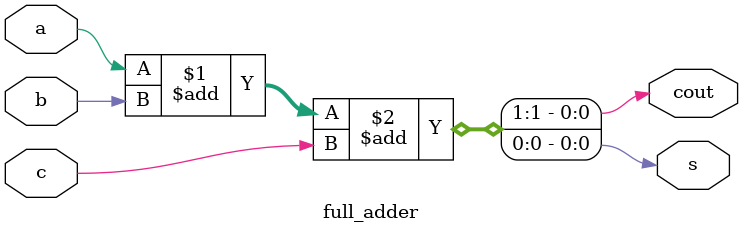
<source format=v>
module full_adder(input a, input b, input c, output cout, output s);

    assign {cout,s} = a+b+c;

endmodule
</source>
